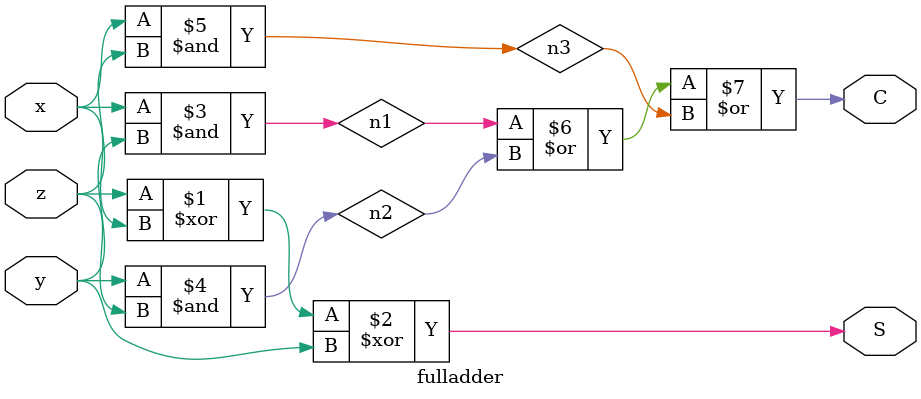
<source format=v>
module fulladder (S,C,x,y,z);
   input x,y,z;
   output S, C;
   xor (S,z,x,y);
   and(n1,x,y);
   and(n2,y,z);
   and(n3,x,z);
   or(C,n1,n2,n3);
endmodule

</source>
